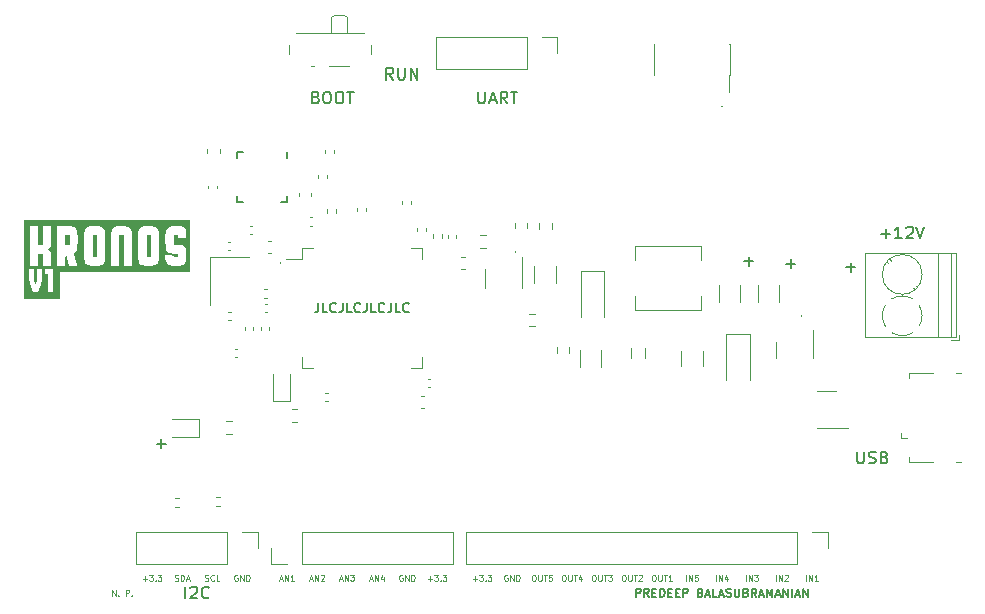
<source format=gbr>
%TF.GenerationSoftware,KiCad,Pcbnew,(6.0.6)*%
%TF.CreationDate,2023-08-27T23:28:48-04:00*%
%TF.ProjectId,STM32,53544d33-322e-46b6-9963-61645f706362,rev?*%
%TF.SameCoordinates,Original*%
%TF.FileFunction,Legend,Top*%
%TF.FilePolarity,Positive*%
%FSLAX46Y46*%
G04 Gerber Fmt 4.6, Leading zero omitted, Abs format (unit mm)*
G04 Created by KiCad (PCBNEW (6.0.6)) date 2023-08-27 23:28:48*
%MOMM*%
%LPD*%
G01*
G04 APERTURE LIST*
%ADD10C,0.150000*%
%ADD11C,0.125000*%
%ADD12C,0.120000*%
G04 APERTURE END LIST*
D10*
X119386328Y-79478451D02*
G75*
G03*
X119386328Y-79478451I-1J0D01*
G01*
X101891087Y-91762725D02*
G75*
G03*
X101891087Y-91762725I-1J0D01*
G01*
X82037880Y-92697344D02*
G75*
G03*
X82037880Y-92697344I-15211J0D01*
G01*
X126161716Y-97183421D02*
G75*
G03*
X126161716Y-97183421I-58705J0D01*
G01*
D11*
X70334285Y-119415714D02*
X70715238Y-119415714D01*
X70524761Y-119606190D02*
X70524761Y-119225238D01*
X70905714Y-119106190D02*
X71215238Y-119106190D01*
X71048571Y-119296666D01*
X71120000Y-119296666D01*
X71167619Y-119320476D01*
X71191428Y-119344285D01*
X71215238Y-119391904D01*
X71215238Y-119510952D01*
X71191428Y-119558571D01*
X71167619Y-119582380D01*
X71120000Y-119606190D01*
X70977142Y-119606190D01*
X70929523Y-119582380D01*
X70905714Y-119558571D01*
X71429523Y-119558571D02*
X71453333Y-119582380D01*
X71429523Y-119606190D01*
X71405714Y-119582380D01*
X71429523Y-119558571D01*
X71429523Y-119606190D01*
X71620000Y-119106190D02*
X71929523Y-119106190D01*
X71762857Y-119296666D01*
X71834285Y-119296666D01*
X71881904Y-119320476D01*
X71905714Y-119344285D01*
X71929523Y-119391904D01*
X71929523Y-119510952D01*
X71905714Y-119558571D01*
X71881904Y-119582380D01*
X71834285Y-119606190D01*
X71691428Y-119606190D01*
X71643809Y-119582380D01*
X71620000Y-119558571D01*
D10*
X130818095Y-108672380D02*
X130818095Y-109481904D01*
X130865714Y-109577142D01*
X130913333Y-109624761D01*
X131008571Y-109672380D01*
X131199047Y-109672380D01*
X131294285Y-109624761D01*
X131341904Y-109577142D01*
X131389523Y-109481904D01*
X131389523Y-108672380D01*
X131818095Y-109624761D02*
X131960952Y-109672380D01*
X132199047Y-109672380D01*
X132294285Y-109624761D01*
X132341904Y-109577142D01*
X132389523Y-109481904D01*
X132389523Y-109386666D01*
X132341904Y-109291428D01*
X132294285Y-109243809D01*
X132199047Y-109196190D01*
X132008571Y-109148571D01*
X131913333Y-109100952D01*
X131865714Y-109053333D01*
X131818095Y-108958095D01*
X131818095Y-108862857D01*
X131865714Y-108767619D01*
X131913333Y-108720000D01*
X132008571Y-108672380D01*
X132246666Y-108672380D01*
X132389523Y-108720000D01*
X133151428Y-109148571D02*
X133294285Y-109196190D01*
X133341904Y-109243809D01*
X133389523Y-109339047D01*
X133389523Y-109481904D01*
X133341904Y-109577142D01*
X133294285Y-109624761D01*
X133199047Y-109672380D01*
X132818095Y-109672380D01*
X132818095Y-108672380D01*
X133151428Y-108672380D01*
X133246666Y-108720000D01*
X133294285Y-108767619D01*
X133341904Y-108862857D01*
X133341904Y-108958095D01*
X133294285Y-109053333D01*
X133246666Y-109100952D01*
X133151428Y-109148571D01*
X132818095Y-109148571D01*
X124825070Y-92767082D02*
X125586975Y-92767082D01*
X125206023Y-93148034D02*
X125206023Y-92386130D01*
D11*
X67758571Y-120876190D02*
X67758571Y-120376190D01*
X68044285Y-120876190D01*
X68044285Y-120376190D01*
X68282380Y-120828571D02*
X68306190Y-120852380D01*
X68282380Y-120876190D01*
X68258571Y-120852380D01*
X68282380Y-120828571D01*
X68282380Y-120876190D01*
X68901428Y-120876190D02*
X68901428Y-120376190D01*
X69091904Y-120376190D01*
X69139523Y-120400000D01*
X69163333Y-120423809D01*
X69187142Y-120471428D01*
X69187142Y-120542857D01*
X69163333Y-120590476D01*
X69139523Y-120614285D01*
X69091904Y-120638095D01*
X68901428Y-120638095D01*
X69401428Y-120828571D02*
X69425238Y-120852380D01*
X69401428Y-120876190D01*
X69377619Y-120852380D01*
X69401428Y-120828571D01*
X69401428Y-120876190D01*
D10*
X121279830Y-92532156D02*
X122041735Y-92532156D01*
X121660783Y-92913108D02*
X121660783Y-92151204D01*
X112096666Y-120966666D02*
X112096666Y-120266666D01*
X112363333Y-120266666D01*
X112430000Y-120300000D01*
X112463333Y-120333333D01*
X112496666Y-120400000D01*
X112496666Y-120500000D01*
X112463333Y-120566666D01*
X112430000Y-120600000D01*
X112363333Y-120633333D01*
X112096666Y-120633333D01*
X113196666Y-120966666D02*
X112963333Y-120633333D01*
X112796666Y-120966666D02*
X112796666Y-120266666D01*
X113063333Y-120266666D01*
X113130000Y-120300000D01*
X113163333Y-120333333D01*
X113196666Y-120400000D01*
X113196666Y-120500000D01*
X113163333Y-120566666D01*
X113130000Y-120600000D01*
X113063333Y-120633333D01*
X112796666Y-120633333D01*
X113496666Y-120600000D02*
X113730000Y-120600000D01*
X113830000Y-120966666D02*
X113496666Y-120966666D01*
X113496666Y-120266666D01*
X113830000Y-120266666D01*
X114130000Y-120966666D02*
X114130000Y-120266666D01*
X114296666Y-120266666D01*
X114396666Y-120300000D01*
X114463333Y-120366666D01*
X114496666Y-120433333D01*
X114530000Y-120566666D01*
X114530000Y-120666666D01*
X114496666Y-120800000D01*
X114463333Y-120866666D01*
X114396666Y-120933333D01*
X114296666Y-120966666D01*
X114130000Y-120966666D01*
X114830000Y-120600000D02*
X115063333Y-120600000D01*
X115163333Y-120966666D02*
X114830000Y-120966666D01*
X114830000Y-120266666D01*
X115163333Y-120266666D01*
X115463333Y-120600000D02*
X115696666Y-120600000D01*
X115796666Y-120966666D02*
X115463333Y-120966666D01*
X115463333Y-120266666D01*
X115796666Y-120266666D01*
X116096666Y-120966666D02*
X116096666Y-120266666D01*
X116363333Y-120266666D01*
X116430000Y-120300000D01*
X116463333Y-120333333D01*
X116496666Y-120400000D01*
X116496666Y-120500000D01*
X116463333Y-120566666D01*
X116430000Y-120600000D01*
X116363333Y-120633333D01*
X116096666Y-120633333D01*
X117563333Y-120600000D02*
X117663333Y-120633333D01*
X117696666Y-120666666D01*
X117730000Y-120733333D01*
X117730000Y-120833333D01*
X117696666Y-120900000D01*
X117663333Y-120933333D01*
X117596666Y-120966666D01*
X117330000Y-120966666D01*
X117330000Y-120266666D01*
X117563333Y-120266666D01*
X117630000Y-120300000D01*
X117663333Y-120333333D01*
X117696666Y-120400000D01*
X117696666Y-120466666D01*
X117663333Y-120533333D01*
X117630000Y-120566666D01*
X117563333Y-120600000D01*
X117330000Y-120600000D01*
X117996666Y-120766666D02*
X118330000Y-120766666D01*
X117930000Y-120966666D02*
X118163333Y-120266666D01*
X118396666Y-120966666D01*
X118963333Y-120966666D02*
X118630000Y-120966666D01*
X118630000Y-120266666D01*
X119163333Y-120766666D02*
X119496666Y-120766666D01*
X119096666Y-120966666D02*
X119330000Y-120266666D01*
X119563333Y-120966666D01*
X119763333Y-120933333D02*
X119863333Y-120966666D01*
X120030000Y-120966666D01*
X120096666Y-120933333D01*
X120130000Y-120900000D01*
X120163333Y-120833333D01*
X120163333Y-120766666D01*
X120130000Y-120700000D01*
X120096666Y-120666666D01*
X120030000Y-120633333D01*
X119896666Y-120600000D01*
X119830000Y-120566666D01*
X119796666Y-120533333D01*
X119763333Y-120466666D01*
X119763333Y-120400000D01*
X119796666Y-120333333D01*
X119830000Y-120300000D01*
X119896666Y-120266666D01*
X120063333Y-120266666D01*
X120163333Y-120300000D01*
X120463333Y-120266666D02*
X120463333Y-120833333D01*
X120496666Y-120900000D01*
X120530000Y-120933333D01*
X120596666Y-120966666D01*
X120730000Y-120966666D01*
X120796666Y-120933333D01*
X120830000Y-120900000D01*
X120863333Y-120833333D01*
X120863333Y-120266666D01*
X121430000Y-120600000D02*
X121530000Y-120633333D01*
X121563333Y-120666666D01*
X121596666Y-120733333D01*
X121596666Y-120833333D01*
X121563333Y-120900000D01*
X121530000Y-120933333D01*
X121463333Y-120966666D01*
X121196666Y-120966666D01*
X121196666Y-120266666D01*
X121430000Y-120266666D01*
X121496666Y-120300000D01*
X121530000Y-120333333D01*
X121563333Y-120400000D01*
X121563333Y-120466666D01*
X121530000Y-120533333D01*
X121496666Y-120566666D01*
X121430000Y-120600000D01*
X121196666Y-120600000D01*
X122296666Y-120966666D02*
X122063333Y-120633333D01*
X121896666Y-120966666D02*
X121896666Y-120266666D01*
X122163333Y-120266666D01*
X122230000Y-120300000D01*
X122263333Y-120333333D01*
X122296666Y-120400000D01*
X122296666Y-120500000D01*
X122263333Y-120566666D01*
X122230000Y-120600000D01*
X122163333Y-120633333D01*
X121896666Y-120633333D01*
X122563333Y-120766666D02*
X122896666Y-120766666D01*
X122496666Y-120966666D02*
X122730000Y-120266666D01*
X122963333Y-120966666D01*
X123196666Y-120966666D02*
X123196666Y-120266666D01*
X123430000Y-120766666D01*
X123663333Y-120266666D01*
X123663333Y-120966666D01*
X123963333Y-120766666D02*
X124296666Y-120766666D01*
X123896666Y-120966666D02*
X124130000Y-120266666D01*
X124363333Y-120966666D01*
X124596666Y-120966666D02*
X124596666Y-120266666D01*
X124996666Y-120966666D01*
X124996666Y-120266666D01*
X125330000Y-120966666D02*
X125330000Y-120266666D01*
X125630000Y-120766666D02*
X125963333Y-120766666D01*
X125563333Y-120966666D02*
X125796666Y-120266666D01*
X126030000Y-120966666D01*
X126263333Y-120966666D02*
X126263333Y-120266666D01*
X126663333Y-120966666D01*
X126663333Y-120266666D01*
D11*
X126500000Y-119606190D02*
X126500000Y-119106190D01*
X126738095Y-119606190D02*
X126738095Y-119106190D01*
X127023809Y-119606190D01*
X127023809Y-119106190D01*
X127523809Y-119606190D02*
X127238095Y-119606190D01*
X127380952Y-119606190D02*
X127380952Y-119106190D01*
X127333333Y-119177619D01*
X127285714Y-119225238D01*
X127238095Y-119249047D01*
X118880000Y-119606190D02*
X118880000Y-119106190D01*
X119118095Y-119606190D02*
X119118095Y-119106190D01*
X119403809Y-119606190D01*
X119403809Y-119106190D01*
X119856190Y-119272857D02*
X119856190Y-119606190D01*
X119737142Y-119082380D02*
X119618095Y-119439523D01*
X119927619Y-119439523D01*
X84470952Y-119463333D02*
X84709047Y-119463333D01*
X84423333Y-119606190D02*
X84590000Y-119106190D01*
X84756666Y-119606190D01*
X84923333Y-119606190D02*
X84923333Y-119106190D01*
X85209047Y-119606190D01*
X85209047Y-119106190D01*
X85423333Y-119153809D02*
X85447142Y-119130000D01*
X85494761Y-119106190D01*
X85613809Y-119106190D01*
X85661428Y-119130000D01*
X85685238Y-119153809D01*
X85709047Y-119201428D01*
X85709047Y-119249047D01*
X85685238Y-119320476D01*
X85399523Y-119606190D01*
X85709047Y-119606190D01*
D10*
X73953809Y-121102380D02*
X73953809Y-120102380D01*
X74382380Y-120197619D02*
X74430000Y-120150000D01*
X74525238Y-120102380D01*
X74763333Y-120102380D01*
X74858571Y-120150000D01*
X74906190Y-120197619D01*
X74953809Y-120292857D01*
X74953809Y-120388095D01*
X74906190Y-120530952D01*
X74334761Y-121102380D01*
X74953809Y-121102380D01*
X75953809Y-121007142D02*
X75906190Y-121054761D01*
X75763333Y-121102380D01*
X75668095Y-121102380D01*
X75525238Y-121054761D01*
X75430000Y-120959523D01*
X75382380Y-120864285D01*
X75334761Y-120673809D01*
X75334761Y-120530952D01*
X75382380Y-120340476D01*
X75430000Y-120245238D01*
X75525238Y-120150000D01*
X75668095Y-120102380D01*
X75763333Y-120102380D01*
X75906190Y-120150000D01*
X75953809Y-120197619D01*
X91550634Y-77163477D02*
X91217301Y-76687287D01*
X90979206Y-77163477D02*
X90979206Y-76163477D01*
X91360158Y-76163477D01*
X91455396Y-76211097D01*
X91503015Y-76258716D01*
X91550634Y-76353954D01*
X91550634Y-76496811D01*
X91503015Y-76592049D01*
X91455396Y-76639668D01*
X91360158Y-76687287D01*
X90979206Y-76687287D01*
X91979206Y-76163477D02*
X91979206Y-76973001D01*
X92026825Y-77068239D01*
X92074444Y-77115858D01*
X92169682Y-77163477D01*
X92360158Y-77163477D01*
X92455396Y-77115858D01*
X92503015Y-77068239D01*
X92550634Y-76973001D01*
X92550634Y-76163477D01*
X93026825Y-77163477D02*
X93026825Y-76163477D01*
X93598253Y-77163477D01*
X93598253Y-76163477D01*
D11*
X103401904Y-119106190D02*
X103497142Y-119106190D01*
X103544761Y-119130000D01*
X103592380Y-119177619D01*
X103616190Y-119272857D01*
X103616190Y-119439523D01*
X103592380Y-119534761D01*
X103544761Y-119582380D01*
X103497142Y-119606190D01*
X103401904Y-119606190D01*
X103354285Y-119582380D01*
X103306666Y-119534761D01*
X103282857Y-119439523D01*
X103282857Y-119272857D01*
X103306666Y-119177619D01*
X103354285Y-119130000D01*
X103401904Y-119106190D01*
X103830476Y-119106190D02*
X103830476Y-119510952D01*
X103854285Y-119558571D01*
X103878095Y-119582380D01*
X103925714Y-119606190D01*
X104020952Y-119606190D01*
X104068571Y-119582380D01*
X104092380Y-119558571D01*
X104116190Y-119510952D01*
X104116190Y-119106190D01*
X104282857Y-119106190D02*
X104568571Y-119106190D01*
X104425714Y-119606190D02*
X104425714Y-119106190D01*
X104973333Y-119106190D02*
X104735238Y-119106190D01*
X104711428Y-119344285D01*
X104735238Y-119320476D01*
X104782857Y-119296666D01*
X104901904Y-119296666D01*
X104949523Y-119320476D01*
X104973333Y-119344285D01*
X104997142Y-119391904D01*
X104997142Y-119510952D01*
X104973333Y-119558571D01*
X104949523Y-119582380D01*
X104901904Y-119606190D01*
X104782857Y-119606190D01*
X104735238Y-119582380D01*
X104711428Y-119558571D01*
X92329047Y-119130000D02*
X92281428Y-119106190D01*
X92210000Y-119106190D01*
X92138571Y-119130000D01*
X92090952Y-119177619D01*
X92067142Y-119225238D01*
X92043333Y-119320476D01*
X92043333Y-119391904D01*
X92067142Y-119487142D01*
X92090952Y-119534761D01*
X92138571Y-119582380D01*
X92210000Y-119606190D01*
X92257619Y-119606190D01*
X92329047Y-119582380D01*
X92352857Y-119558571D01*
X92352857Y-119391904D01*
X92257619Y-119391904D01*
X92567142Y-119606190D02*
X92567142Y-119106190D01*
X92852857Y-119606190D01*
X92852857Y-119106190D01*
X93090952Y-119606190D02*
X93090952Y-119106190D01*
X93210000Y-119106190D01*
X93281428Y-119130000D01*
X93329047Y-119177619D01*
X93352857Y-119225238D01*
X93376666Y-119320476D01*
X93376666Y-119391904D01*
X93352857Y-119487142D01*
X93329047Y-119534761D01*
X93281428Y-119582380D01*
X93210000Y-119606190D01*
X93090952Y-119606190D01*
X73052857Y-119582380D02*
X73124285Y-119606190D01*
X73243333Y-119606190D01*
X73290952Y-119582380D01*
X73314761Y-119558571D01*
X73338571Y-119510952D01*
X73338571Y-119463333D01*
X73314761Y-119415714D01*
X73290952Y-119391904D01*
X73243333Y-119368095D01*
X73148095Y-119344285D01*
X73100476Y-119320476D01*
X73076666Y-119296666D01*
X73052857Y-119249047D01*
X73052857Y-119201428D01*
X73076666Y-119153809D01*
X73100476Y-119130000D01*
X73148095Y-119106190D01*
X73267142Y-119106190D01*
X73338571Y-119130000D01*
X73552857Y-119606190D02*
X73552857Y-119106190D01*
X73671904Y-119106190D01*
X73743333Y-119130000D01*
X73790952Y-119177619D01*
X73814761Y-119225238D01*
X73838571Y-119320476D01*
X73838571Y-119391904D01*
X73814761Y-119487142D01*
X73790952Y-119534761D01*
X73743333Y-119582380D01*
X73671904Y-119606190D01*
X73552857Y-119606190D01*
X74029047Y-119463333D02*
X74267142Y-119463333D01*
X73981428Y-119606190D02*
X74148095Y-119106190D01*
X74314761Y-119606190D01*
X94464285Y-119415714D02*
X94845238Y-119415714D01*
X94654761Y-119606190D02*
X94654761Y-119225238D01*
X95035714Y-119106190D02*
X95345238Y-119106190D01*
X95178571Y-119296666D01*
X95250000Y-119296666D01*
X95297619Y-119320476D01*
X95321428Y-119344285D01*
X95345238Y-119391904D01*
X95345238Y-119510952D01*
X95321428Y-119558571D01*
X95297619Y-119582380D01*
X95250000Y-119606190D01*
X95107142Y-119606190D01*
X95059523Y-119582380D01*
X95035714Y-119558571D01*
X95559523Y-119558571D02*
X95583333Y-119582380D01*
X95559523Y-119606190D01*
X95535714Y-119582380D01*
X95559523Y-119558571D01*
X95559523Y-119606190D01*
X95750000Y-119106190D02*
X96059523Y-119106190D01*
X95892857Y-119296666D01*
X95964285Y-119296666D01*
X96011904Y-119320476D01*
X96035714Y-119344285D01*
X96059523Y-119391904D01*
X96059523Y-119510952D01*
X96035714Y-119558571D01*
X96011904Y-119582380D01*
X95964285Y-119606190D01*
X95821428Y-119606190D01*
X95773809Y-119582380D01*
X95750000Y-119558571D01*
X123960000Y-119606190D02*
X123960000Y-119106190D01*
X124198095Y-119606190D02*
X124198095Y-119106190D01*
X124483809Y-119606190D01*
X124483809Y-119106190D01*
X124698095Y-119153809D02*
X124721904Y-119130000D01*
X124769523Y-119106190D01*
X124888571Y-119106190D01*
X124936190Y-119130000D01*
X124960000Y-119153809D01*
X124983809Y-119201428D01*
X124983809Y-119249047D01*
X124960000Y-119320476D01*
X124674285Y-119606190D01*
X124983809Y-119606190D01*
X75604761Y-119582380D02*
X75676190Y-119606190D01*
X75795238Y-119606190D01*
X75842857Y-119582380D01*
X75866666Y-119558571D01*
X75890476Y-119510952D01*
X75890476Y-119463333D01*
X75866666Y-119415714D01*
X75842857Y-119391904D01*
X75795238Y-119368095D01*
X75700000Y-119344285D01*
X75652380Y-119320476D01*
X75628571Y-119296666D01*
X75604761Y-119249047D01*
X75604761Y-119201428D01*
X75628571Y-119153809D01*
X75652380Y-119130000D01*
X75700000Y-119106190D01*
X75819047Y-119106190D01*
X75890476Y-119130000D01*
X76390476Y-119558571D02*
X76366666Y-119582380D01*
X76295238Y-119606190D01*
X76247619Y-119606190D01*
X76176190Y-119582380D01*
X76128571Y-119534761D01*
X76104761Y-119487142D01*
X76080952Y-119391904D01*
X76080952Y-119320476D01*
X76104761Y-119225238D01*
X76128571Y-119177619D01*
X76176190Y-119130000D01*
X76247619Y-119106190D01*
X76295238Y-119106190D01*
X76366666Y-119130000D01*
X76390476Y-119153809D01*
X76842857Y-119606190D02*
X76604761Y-119606190D01*
X76604761Y-119106190D01*
X116340000Y-119606190D02*
X116340000Y-119106190D01*
X116578095Y-119606190D02*
X116578095Y-119106190D01*
X116863809Y-119606190D01*
X116863809Y-119106190D01*
X117340000Y-119106190D02*
X117101904Y-119106190D01*
X117078095Y-119344285D01*
X117101904Y-119320476D01*
X117149523Y-119296666D01*
X117268571Y-119296666D01*
X117316190Y-119320476D01*
X117340000Y-119344285D01*
X117363809Y-119391904D01*
X117363809Y-119510952D01*
X117340000Y-119558571D01*
X117316190Y-119582380D01*
X117268571Y-119606190D01*
X117149523Y-119606190D01*
X117101904Y-119582380D01*
X117078095Y-119558571D01*
D10*
X98734761Y-78192380D02*
X98734761Y-79001904D01*
X98782380Y-79097142D01*
X98830000Y-79144761D01*
X98925238Y-79192380D01*
X99115714Y-79192380D01*
X99210952Y-79144761D01*
X99258571Y-79097142D01*
X99306190Y-79001904D01*
X99306190Y-78192380D01*
X99734761Y-78906666D02*
X100210952Y-78906666D01*
X99639523Y-79192380D02*
X99972857Y-78192380D01*
X100306190Y-79192380D01*
X101210952Y-79192380D02*
X100877619Y-78716190D01*
X100639523Y-79192380D02*
X100639523Y-78192380D01*
X101020476Y-78192380D01*
X101115714Y-78240000D01*
X101163333Y-78287619D01*
X101210952Y-78382857D01*
X101210952Y-78525714D01*
X101163333Y-78620952D01*
X101115714Y-78668571D01*
X101020476Y-78716190D01*
X100639523Y-78716190D01*
X101496666Y-78192380D02*
X102068095Y-78192380D01*
X101782380Y-79192380D02*
X101782380Y-78192380D01*
X71513546Y-107981540D02*
X72275451Y-107981540D01*
X71894499Y-108362492D02*
X71894499Y-107600588D01*
D11*
X111021904Y-119106190D02*
X111117142Y-119106190D01*
X111164761Y-119130000D01*
X111212380Y-119177619D01*
X111236190Y-119272857D01*
X111236190Y-119439523D01*
X111212380Y-119534761D01*
X111164761Y-119582380D01*
X111117142Y-119606190D01*
X111021904Y-119606190D01*
X110974285Y-119582380D01*
X110926666Y-119534761D01*
X110902857Y-119439523D01*
X110902857Y-119272857D01*
X110926666Y-119177619D01*
X110974285Y-119130000D01*
X111021904Y-119106190D01*
X111450476Y-119106190D02*
X111450476Y-119510952D01*
X111474285Y-119558571D01*
X111498095Y-119582380D01*
X111545714Y-119606190D01*
X111640952Y-119606190D01*
X111688571Y-119582380D01*
X111712380Y-119558571D01*
X111736190Y-119510952D01*
X111736190Y-119106190D01*
X111902857Y-119106190D02*
X112188571Y-119106190D01*
X112045714Y-119606190D02*
X112045714Y-119106190D01*
X112331428Y-119153809D02*
X112355238Y-119130000D01*
X112402857Y-119106190D01*
X112521904Y-119106190D01*
X112569523Y-119130000D01*
X112593333Y-119153809D01*
X112617142Y-119201428D01*
X112617142Y-119249047D01*
X112593333Y-119320476D01*
X112307619Y-119606190D01*
X112617142Y-119606190D01*
X121420000Y-119606190D02*
X121420000Y-119106190D01*
X121658095Y-119606190D02*
X121658095Y-119106190D01*
X121943809Y-119606190D01*
X121943809Y-119106190D01*
X122134285Y-119106190D02*
X122443809Y-119106190D01*
X122277142Y-119296666D01*
X122348571Y-119296666D01*
X122396190Y-119320476D01*
X122420000Y-119344285D01*
X122443809Y-119391904D01*
X122443809Y-119510952D01*
X122420000Y-119558571D01*
X122396190Y-119582380D01*
X122348571Y-119606190D01*
X122205714Y-119606190D01*
X122158095Y-119582380D01*
X122134285Y-119558571D01*
X98274285Y-119415714D02*
X98655238Y-119415714D01*
X98464761Y-119606190D02*
X98464761Y-119225238D01*
X98845714Y-119106190D02*
X99155238Y-119106190D01*
X98988571Y-119296666D01*
X99060000Y-119296666D01*
X99107619Y-119320476D01*
X99131428Y-119344285D01*
X99155238Y-119391904D01*
X99155238Y-119510952D01*
X99131428Y-119558571D01*
X99107619Y-119582380D01*
X99060000Y-119606190D01*
X98917142Y-119606190D01*
X98869523Y-119582380D01*
X98845714Y-119558571D01*
X99369523Y-119558571D02*
X99393333Y-119582380D01*
X99369523Y-119606190D01*
X99345714Y-119582380D01*
X99369523Y-119558571D01*
X99369523Y-119606190D01*
X99560000Y-119106190D02*
X99869523Y-119106190D01*
X99702857Y-119296666D01*
X99774285Y-119296666D01*
X99821904Y-119320476D01*
X99845714Y-119344285D01*
X99869523Y-119391904D01*
X99869523Y-119510952D01*
X99845714Y-119558571D01*
X99821904Y-119582380D01*
X99774285Y-119606190D01*
X99631428Y-119606190D01*
X99583809Y-119582380D01*
X99560000Y-119558571D01*
D10*
X85002857Y-78668571D02*
X85145714Y-78716190D01*
X85193333Y-78763809D01*
X85240952Y-78859047D01*
X85240952Y-79001904D01*
X85193333Y-79097142D01*
X85145714Y-79144761D01*
X85050476Y-79192380D01*
X84669523Y-79192380D01*
X84669523Y-78192380D01*
X85002857Y-78192380D01*
X85098095Y-78240000D01*
X85145714Y-78287619D01*
X85193333Y-78382857D01*
X85193333Y-78478095D01*
X85145714Y-78573333D01*
X85098095Y-78620952D01*
X85002857Y-78668571D01*
X84669523Y-78668571D01*
X85860000Y-78192380D02*
X86050476Y-78192380D01*
X86145714Y-78240000D01*
X86240952Y-78335238D01*
X86288571Y-78525714D01*
X86288571Y-78859047D01*
X86240952Y-79049523D01*
X86145714Y-79144761D01*
X86050476Y-79192380D01*
X85860000Y-79192380D01*
X85764761Y-79144761D01*
X85669523Y-79049523D01*
X85621904Y-78859047D01*
X85621904Y-78525714D01*
X85669523Y-78335238D01*
X85764761Y-78240000D01*
X85860000Y-78192380D01*
X86907619Y-78192380D02*
X87098095Y-78192380D01*
X87193333Y-78240000D01*
X87288571Y-78335238D01*
X87336190Y-78525714D01*
X87336190Y-78859047D01*
X87288571Y-79049523D01*
X87193333Y-79144761D01*
X87098095Y-79192380D01*
X86907619Y-79192380D01*
X86812380Y-79144761D01*
X86717142Y-79049523D01*
X86669523Y-78859047D01*
X86669523Y-78525714D01*
X86717142Y-78335238D01*
X86812380Y-78240000D01*
X86907619Y-78192380D01*
X87621904Y-78192380D02*
X88193333Y-78192380D01*
X87907619Y-79192380D02*
X87907619Y-78192380D01*
D11*
X86994261Y-119439030D02*
X87232356Y-119439030D01*
X86946642Y-119581887D02*
X87113309Y-119081887D01*
X87279975Y-119581887D01*
X87446642Y-119581887D02*
X87446642Y-119081887D01*
X87732356Y-119581887D01*
X87732356Y-119081887D01*
X87922832Y-119081887D02*
X88232356Y-119081887D01*
X88065689Y-119272363D01*
X88137118Y-119272363D01*
X88184737Y-119296173D01*
X88208547Y-119319982D01*
X88232356Y-119367601D01*
X88232356Y-119486649D01*
X88208547Y-119534268D01*
X88184737Y-119558077D01*
X88137118Y-119581887D01*
X87994261Y-119581887D01*
X87946642Y-119558077D01*
X87922832Y-119534268D01*
X108481904Y-119106190D02*
X108577142Y-119106190D01*
X108624761Y-119130000D01*
X108672380Y-119177619D01*
X108696190Y-119272857D01*
X108696190Y-119439523D01*
X108672380Y-119534761D01*
X108624761Y-119582380D01*
X108577142Y-119606190D01*
X108481904Y-119606190D01*
X108434285Y-119582380D01*
X108386666Y-119534761D01*
X108362857Y-119439523D01*
X108362857Y-119272857D01*
X108386666Y-119177619D01*
X108434285Y-119130000D01*
X108481904Y-119106190D01*
X108910476Y-119106190D02*
X108910476Y-119510952D01*
X108934285Y-119558571D01*
X108958095Y-119582380D01*
X109005714Y-119606190D01*
X109100952Y-119606190D01*
X109148571Y-119582380D01*
X109172380Y-119558571D01*
X109196190Y-119510952D01*
X109196190Y-119106190D01*
X109362857Y-119106190D02*
X109648571Y-119106190D01*
X109505714Y-119606190D02*
X109505714Y-119106190D01*
X109767619Y-119106190D02*
X110077142Y-119106190D01*
X109910476Y-119296666D01*
X109981904Y-119296666D01*
X110029523Y-119320476D01*
X110053333Y-119344285D01*
X110077142Y-119391904D01*
X110077142Y-119510952D01*
X110053333Y-119558571D01*
X110029523Y-119582380D01*
X109981904Y-119606190D01*
X109839047Y-119606190D01*
X109791428Y-119582380D01*
X109767619Y-119558571D01*
X89550952Y-119463333D02*
X89789047Y-119463333D01*
X89503333Y-119606190D02*
X89670000Y-119106190D01*
X89836666Y-119606190D01*
X90003333Y-119606190D02*
X90003333Y-119106190D01*
X90289047Y-119606190D01*
X90289047Y-119106190D01*
X90741428Y-119272857D02*
X90741428Y-119606190D01*
X90622380Y-119082380D02*
X90503333Y-119439523D01*
X90812857Y-119439523D01*
D10*
X129929361Y-93066078D02*
X130691266Y-93066078D01*
X130310314Y-93447030D02*
X130310314Y-92685126D01*
X85204761Y-96081904D02*
X85204761Y-96653333D01*
X85166666Y-96767619D01*
X85090476Y-96843809D01*
X84976190Y-96881904D01*
X84900000Y-96881904D01*
X85966666Y-96881904D02*
X85585714Y-96881904D01*
X85585714Y-96081904D01*
X86690476Y-96805714D02*
X86652380Y-96843809D01*
X86538095Y-96881904D01*
X86461904Y-96881904D01*
X86347619Y-96843809D01*
X86271428Y-96767619D01*
X86233333Y-96691428D01*
X86195238Y-96539047D01*
X86195238Y-96424761D01*
X86233333Y-96272380D01*
X86271428Y-96196190D01*
X86347619Y-96120000D01*
X86461904Y-96081904D01*
X86538095Y-96081904D01*
X86652380Y-96120000D01*
X86690476Y-96158095D01*
X87261904Y-96081904D02*
X87261904Y-96653333D01*
X87223809Y-96767619D01*
X87147619Y-96843809D01*
X87033333Y-96881904D01*
X86957142Y-96881904D01*
X88023809Y-96881904D02*
X87642857Y-96881904D01*
X87642857Y-96081904D01*
X88747619Y-96805714D02*
X88709523Y-96843809D01*
X88595238Y-96881904D01*
X88519047Y-96881904D01*
X88404761Y-96843809D01*
X88328571Y-96767619D01*
X88290476Y-96691428D01*
X88252380Y-96539047D01*
X88252380Y-96424761D01*
X88290476Y-96272380D01*
X88328571Y-96196190D01*
X88404761Y-96120000D01*
X88519047Y-96081904D01*
X88595238Y-96081904D01*
X88709523Y-96120000D01*
X88747619Y-96158095D01*
X89319047Y-96081904D02*
X89319047Y-96653333D01*
X89280952Y-96767619D01*
X89204761Y-96843809D01*
X89090476Y-96881904D01*
X89014285Y-96881904D01*
X90080952Y-96881904D02*
X89700000Y-96881904D01*
X89700000Y-96081904D01*
X90804761Y-96805714D02*
X90766666Y-96843809D01*
X90652380Y-96881904D01*
X90576190Y-96881904D01*
X90461904Y-96843809D01*
X90385714Y-96767619D01*
X90347619Y-96691428D01*
X90309523Y-96539047D01*
X90309523Y-96424761D01*
X90347619Y-96272380D01*
X90385714Y-96196190D01*
X90461904Y-96120000D01*
X90576190Y-96081904D01*
X90652380Y-96081904D01*
X90766666Y-96120000D01*
X90804761Y-96158095D01*
X91376190Y-96081904D02*
X91376190Y-96653333D01*
X91338095Y-96767619D01*
X91261904Y-96843809D01*
X91147619Y-96881904D01*
X91071428Y-96881904D01*
X92138095Y-96881904D02*
X91757142Y-96881904D01*
X91757142Y-96081904D01*
X92861904Y-96805714D02*
X92823809Y-96843809D01*
X92709523Y-96881904D01*
X92633333Y-96881904D01*
X92519047Y-96843809D01*
X92442857Y-96767619D01*
X92404761Y-96691428D01*
X92366666Y-96539047D01*
X92366666Y-96424761D01*
X92404761Y-96272380D01*
X92442857Y-96196190D01*
X92519047Y-96120000D01*
X92633333Y-96081904D01*
X92709523Y-96081904D01*
X92823809Y-96120000D01*
X92861904Y-96158095D01*
D11*
X81930952Y-119463333D02*
X82169047Y-119463333D01*
X81883333Y-119606190D02*
X82050000Y-119106190D01*
X82216666Y-119606190D01*
X82383333Y-119606190D02*
X82383333Y-119106190D01*
X82669047Y-119606190D01*
X82669047Y-119106190D01*
X83169047Y-119606190D02*
X82883333Y-119606190D01*
X83026190Y-119606190D02*
X83026190Y-119106190D01*
X82978571Y-119177619D01*
X82930952Y-119225238D01*
X82883333Y-119249047D01*
X113561904Y-119106190D02*
X113657142Y-119106190D01*
X113704761Y-119130000D01*
X113752380Y-119177619D01*
X113776190Y-119272857D01*
X113776190Y-119439523D01*
X113752380Y-119534761D01*
X113704761Y-119582380D01*
X113657142Y-119606190D01*
X113561904Y-119606190D01*
X113514285Y-119582380D01*
X113466666Y-119534761D01*
X113442857Y-119439523D01*
X113442857Y-119272857D01*
X113466666Y-119177619D01*
X113514285Y-119130000D01*
X113561904Y-119106190D01*
X113990476Y-119106190D02*
X113990476Y-119510952D01*
X114014285Y-119558571D01*
X114038095Y-119582380D01*
X114085714Y-119606190D01*
X114180952Y-119606190D01*
X114228571Y-119582380D01*
X114252380Y-119558571D01*
X114276190Y-119510952D01*
X114276190Y-119106190D01*
X114442857Y-119106190D02*
X114728571Y-119106190D01*
X114585714Y-119606190D02*
X114585714Y-119106190D01*
X115157142Y-119606190D02*
X114871428Y-119606190D01*
X115014285Y-119606190D02*
X115014285Y-119106190D01*
X114966666Y-119177619D01*
X114919047Y-119225238D01*
X114871428Y-119249047D01*
X105941904Y-119106190D02*
X106037142Y-119106190D01*
X106084761Y-119130000D01*
X106132380Y-119177619D01*
X106156190Y-119272857D01*
X106156190Y-119439523D01*
X106132380Y-119534761D01*
X106084761Y-119582380D01*
X106037142Y-119606190D01*
X105941904Y-119606190D01*
X105894285Y-119582380D01*
X105846666Y-119534761D01*
X105822857Y-119439523D01*
X105822857Y-119272857D01*
X105846666Y-119177619D01*
X105894285Y-119130000D01*
X105941904Y-119106190D01*
X106370476Y-119106190D02*
X106370476Y-119510952D01*
X106394285Y-119558571D01*
X106418095Y-119582380D01*
X106465714Y-119606190D01*
X106560952Y-119606190D01*
X106608571Y-119582380D01*
X106632380Y-119558571D01*
X106656190Y-119510952D01*
X106656190Y-119106190D01*
X106822857Y-119106190D02*
X107108571Y-119106190D01*
X106965714Y-119606190D02*
X106965714Y-119106190D01*
X107489523Y-119272857D02*
X107489523Y-119606190D01*
X107370476Y-119082380D02*
X107251428Y-119439523D01*
X107560952Y-119439523D01*
X101219047Y-119130000D02*
X101171428Y-119106190D01*
X101100000Y-119106190D01*
X101028571Y-119130000D01*
X100980952Y-119177619D01*
X100957142Y-119225238D01*
X100933333Y-119320476D01*
X100933333Y-119391904D01*
X100957142Y-119487142D01*
X100980952Y-119534761D01*
X101028571Y-119582380D01*
X101100000Y-119606190D01*
X101147619Y-119606190D01*
X101219047Y-119582380D01*
X101242857Y-119558571D01*
X101242857Y-119391904D01*
X101147619Y-119391904D01*
X101457142Y-119606190D02*
X101457142Y-119106190D01*
X101742857Y-119606190D01*
X101742857Y-119106190D01*
X101980952Y-119606190D02*
X101980952Y-119106190D01*
X102100000Y-119106190D01*
X102171428Y-119130000D01*
X102219047Y-119177619D01*
X102242857Y-119225238D01*
X102266666Y-119320476D01*
X102266666Y-119391904D01*
X102242857Y-119487142D01*
X102219047Y-119534761D01*
X102171428Y-119582380D01*
X102100000Y-119606190D01*
X101980952Y-119606190D01*
D10*
X132858095Y-90241428D02*
X133620000Y-90241428D01*
X133239047Y-90622380D02*
X133239047Y-89860476D01*
X134620000Y-90622380D02*
X134048571Y-90622380D01*
X134334285Y-90622380D02*
X134334285Y-89622380D01*
X134239047Y-89765238D01*
X134143809Y-89860476D01*
X134048571Y-89908095D01*
X135000952Y-89717619D02*
X135048571Y-89670000D01*
X135143809Y-89622380D01*
X135381904Y-89622380D01*
X135477142Y-89670000D01*
X135524761Y-89717619D01*
X135572380Y-89812857D01*
X135572380Y-89908095D01*
X135524761Y-90050952D01*
X134953333Y-90622380D01*
X135572380Y-90622380D01*
X135858095Y-89622380D02*
X136191428Y-90622380D01*
X136524761Y-89622380D01*
D11*
X78359047Y-119130000D02*
X78311428Y-119106190D01*
X78240000Y-119106190D01*
X78168571Y-119130000D01*
X78120952Y-119177619D01*
X78097142Y-119225238D01*
X78073333Y-119320476D01*
X78073333Y-119391904D01*
X78097142Y-119487142D01*
X78120952Y-119534761D01*
X78168571Y-119582380D01*
X78240000Y-119606190D01*
X78287619Y-119606190D01*
X78359047Y-119582380D01*
X78382857Y-119558571D01*
X78382857Y-119391904D01*
X78287619Y-119391904D01*
X78597142Y-119606190D02*
X78597142Y-119106190D01*
X78882857Y-119606190D01*
X78882857Y-119106190D01*
X79120952Y-119606190D02*
X79120952Y-119106190D01*
X79240000Y-119106190D01*
X79311428Y-119130000D01*
X79359047Y-119177619D01*
X79382857Y-119225238D01*
X79406666Y-119320476D01*
X79406666Y-119391904D01*
X79382857Y-119487142D01*
X79359047Y-119534761D01*
X79311428Y-119582380D01*
X79240000Y-119606190D01*
X79120952Y-119606190D01*
%TO.C,G\u002A\u002A\u002A*%
G36*
X74350000Y-89060000D02*
G01*
X74350000Y-93460000D01*
X63310000Y-93460000D01*
X63310000Y-95740000D01*
X60310000Y-95740000D01*
X60310000Y-93756568D01*
X60750000Y-93756568D01*
X60750764Y-93985328D01*
X60755088Y-94154624D01*
X60766022Y-94284995D01*
X60786613Y-94396974D01*
X60819911Y-94511098D01*
X60868964Y-94647903D01*
X60891033Y-94706568D01*
X60952922Y-94870735D01*
X61005059Y-95009577D01*
X61040342Y-95104155D01*
X61050586Y-95132105D01*
X61097570Y-95164988D01*
X61211406Y-95174555D01*
X61277869Y-95172105D01*
X61486632Y-95160000D01*
X61638203Y-94760000D01*
X61696924Y-94602715D01*
X61738105Y-94479016D01*
X61764861Y-94368572D01*
X61780307Y-94251051D01*
X61787557Y-94106123D01*
X61789727Y-93913457D01*
X61789886Y-93770000D01*
X61789957Y-93400000D01*
X62110000Y-93400000D01*
X62112015Y-93525770D01*
X62125220Y-93591233D01*
X62160356Y-93616079D01*
X62228164Y-93619999D01*
X62230000Y-93620000D01*
X62350000Y-93620000D01*
X62350000Y-95180000D01*
X62750000Y-95180000D01*
X62750000Y-93180000D01*
X62110000Y-93180000D01*
X62110000Y-93400000D01*
X61789957Y-93400000D01*
X61790000Y-93180000D01*
X61390000Y-93180000D01*
X61390000Y-93714031D01*
X61384183Y-93999990D01*
X61367280Y-94226714D01*
X61340114Y-94388709D01*
X61303506Y-94480481D01*
X61272418Y-94500000D01*
X61233295Y-94461735D01*
X61199984Y-94353651D01*
X61173999Y-94185815D01*
X61156850Y-93968290D01*
X61150052Y-93711143D01*
X61150000Y-93685359D01*
X61150000Y-93180000D01*
X60750000Y-93180000D01*
X60750000Y-93756568D01*
X60310000Y-93756568D01*
X60310000Y-92940000D01*
X60790000Y-92940000D01*
X61510000Y-92940000D01*
X61510000Y-91900000D01*
X61870000Y-91900000D01*
X61870000Y-92940000D01*
X62550000Y-92940000D01*
X63070000Y-92940000D01*
X63787537Y-92940000D01*
X63798768Y-92450000D01*
X63810000Y-91960000D01*
X64078078Y-92940000D01*
X64434039Y-92940000D01*
X64591602Y-92937357D01*
X64713440Y-92930283D01*
X64781607Y-92920060D01*
X64790000Y-92914577D01*
X64779842Y-92868656D01*
X64752022Y-92760740D01*
X64710518Y-92605851D01*
X64659310Y-92419012D01*
X64646561Y-92373038D01*
X64503123Y-91856922D01*
X64611408Y-91771745D01*
X64684125Y-91705944D01*
X64738962Y-91630415D01*
X64778348Y-91533359D01*
X64804714Y-91402981D01*
X64815713Y-91280624D01*
X65390062Y-91280624D01*
X65390567Y-91657966D01*
X65393142Y-91963869D01*
X65399310Y-92206888D01*
X65410593Y-92395582D01*
X65428516Y-92538509D01*
X65454602Y-92644225D01*
X65490374Y-92721290D01*
X65537356Y-92778260D01*
X65597072Y-92823693D01*
X65671045Y-92866146D01*
X65672466Y-92866909D01*
X65795379Y-92906860D01*
X65973828Y-92932978D01*
X66184557Y-92945261D01*
X66404307Y-92943710D01*
X66453862Y-92940000D01*
X67670000Y-92940000D01*
X68348906Y-92940000D01*
X68370000Y-90320000D01*
X68730000Y-90320000D01*
X68740546Y-91630000D01*
X68751093Y-92940000D01*
X69430000Y-92940000D01*
X69430000Y-91469375D01*
X69429870Y-91280624D01*
X69950062Y-91280624D01*
X69950567Y-91657966D01*
X69953142Y-91963869D01*
X69959310Y-92206888D01*
X69970593Y-92395582D01*
X69988516Y-92538509D01*
X70014602Y-92644225D01*
X70050374Y-92721290D01*
X70097356Y-92778260D01*
X70157072Y-92823693D01*
X70231045Y-92866146D01*
X70232466Y-92866909D01*
X70355379Y-92906860D01*
X70533828Y-92932978D01*
X70744557Y-92945261D01*
X70964307Y-92943710D01*
X71169820Y-92928324D01*
X71337839Y-92899105D01*
X71427533Y-92866909D01*
X71501274Y-92824798D01*
X71560928Y-92779994D01*
X71607987Y-92724013D01*
X71643942Y-92648371D01*
X71670284Y-92544586D01*
X71688505Y-92404173D01*
X71695599Y-92290624D01*
X72270000Y-92290624D01*
X72298786Y-92533572D01*
X72385023Y-92721245D01*
X72528528Y-92853269D01*
X72552466Y-92866909D01*
X72675379Y-92906860D01*
X72853828Y-92932978D01*
X73064557Y-92945261D01*
X73284307Y-92943710D01*
X73489820Y-92928324D01*
X73657839Y-92899105D01*
X73747533Y-92866909D01*
X73858411Y-92792357D01*
X73937278Y-92697445D01*
X73988887Y-92568596D01*
X74017990Y-92392234D01*
X74029340Y-92154781D01*
X74030000Y-92059999D01*
X74019311Y-91768509D01*
X73982620Y-91546343D01*
X73912988Y-91385128D01*
X73803475Y-91276494D01*
X73647144Y-91212070D01*
X73437056Y-91183483D01*
X73300624Y-91180000D01*
X72990000Y-91180000D01*
X72990000Y-90300000D01*
X73350000Y-90300000D01*
X73350000Y-90620000D01*
X74030000Y-90620000D01*
X74030000Y-90309375D01*
X74017207Y-90068222D01*
X73973239Y-89884341D01*
X73889712Y-89750811D01*
X73758241Y-89660709D01*
X73570442Y-89607114D01*
X73317932Y-89583103D01*
X73146539Y-89580000D01*
X72941127Y-89581518D01*
X72797566Y-89587900D01*
X72697739Y-89601884D01*
X72623524Y-89626211D01*
X72556802Y-89663617D01*
X72545915Y-89670797D01*
X72454357Y-89739380D01*
X72385389Y-89814365D01*
X72335911Y-89907801D01*
X72302825Y-90031741D01*
X72283031Y-90198237D01*
X72273429Y-90419340D01*
X72270920Y-90707101D01*
X72270940Y-90740000D01*
X72272401Y-91004419D01*
X72276877Y-91202656D01*
X72285564Y-91348505D01*
X72299661Y-91455764D01*
X72320362Y-91538229D01*
X72345804Y-91603034D01*
X72427211Y-91733549D01*
X72540951Y-91822427D01*
X72700093Y-91875375D01*
X72917704Y-91898096D01*
X73026045Y-91900000D01*
X73350000Y-91900000D01*
X73350000Y-92220000D01*
X73170000Y-92220000D01*
X73057514Y-92214765D01*
X73004323Y-92193030D01*
X72990068Y-92145747D01*
X72990000Y-92140000D01*
X72983984Y-92101991D01*
X72955787Y-92078372D01*
X72890182Y-92065762D01*
X72771943Y-92060774D01*
X72630000Y-92060000D01*
X72270000Y-92060000D01*
X72270000Y-92290624D01*
X71695599Y-92290624D01*
X71700095Y-92218649D01*
X71706546Y-91979531D01*
X71709349Y-91678335D01*
X71709996Y-91306578D01*
X71710000Y-91259999D01*
X71709655Y-90905024D01*
X71708304Y-90620928D01*
X71705470Y-90398596D01*
X71700676Y-90228908D01*
X71693444Y-90102747D01*
X71683298Y-90010997D01*
X71669762Y-89944537D01*
X71652358Y-89894252D01*
X71636909Y-89862466D01*
X71562727Y-89751949D01*
X71468437Y-89673244D01*
X71340490Y-89621629D01*
X71165333Y-89592378D01*
X70929417Y-89580769D01*
X70826539Y-89580000D01*
X70621127Y-89581518D01*
X70477566Y-89587900D01*
X70377739Y-89601884D01*
X70303524Y-89626211D01*
X70236802Y-89663617D01*
X70225915Y-89670797D01*
X70153229Y-89721863D01*
X70094576Y-89773754D01*
X70048452Y-89835247D01*
X70013352Y-89915116D01*
X69987773Y-90022138D01*
X69970212Y-90165090D01*
X69959164Y-90352746D01*
X69953126Y-90593884D01*
X69950593Y-90897280D01*
X69950062Y-91271709D01*
X69950062Y-91280624D01*
X69429870Y-91280624D01*
X69429735Y-91084178D01*
X69428691Y-90770658D01*
X69426487Y-90520495D01*
X69422746Y-90325367D01*
X69417089Y-90176955D01*
X69409138Y-90066936D01*
X69398513Y-89986990D01*
X69384837Y-89928796D01*
X69367732Y-89884032D01*
X69356909Y-89862466D01*
X69282727Y-89751949D01*
X69188437Y-89673244D01*
X69060490Y-89621629D01*
X68885333Y-89592378D01*
X68649417Y-89580769D01*
X68546539Y-89580000D01*
X68341127Y-89581518D01*
X68197566Y-89587900D01*
X68097739Y-89601884D01*
X68023524Y-89626211D01*
X67956802Y-89663617D01*
X67945915Y-89670797D01*
X67877702Y-89718012D01*
X67821779Y-89765135D01*
X67776925Y-89820216D01*
X67741919Y-89891308D01*
X67715540Y-89986463D01*
X67696567Y-90113733D01*
X67683779Y-90281170D01*
X67675956Y-90496826D01*
X67671876Y-90768753D01*
X67670318Y-91105003D01*
X67670062Y-91490000D01*
X67670000Y-92940000D01*
X66453862Y-92940000D01*
X66609820Y-92928324D01*
X66777839Y-92899105D01*
X66867533Y-92866909D01*
X66941274Y-92824798D01*
X67000928Y-92779994D01*
X67047987Y-92724013D01*
X67083942Y-92648371D01*
X67110284Y-92544586D01*
X67128505Y-92404173D01*
X67140095Y-92218649D01*
X67146546Y-91979531D01*
X67149349Y-91678335D01*
X67149996Y-91306578D01*
X67150000Y-91259999D01*
X67149655Y-90905024D01*
X67148304Y-90620928D01*
X67145470Y-90398596D01*
X67140676Y-90228908D01*
X67133444Y-90102747D01*
X67123298Y-90010997D01*
X67109762Y-89944537D01*
X67092358Y-89894252D01*
X67076909Y-89862466D01*
X67002727Y-89751949D01*
X66908437Y-89673244D01*
X66780490Y-89621629D01*
X66605333Y-89592378D01*
X66369417Y-89580769D01*
X66266539Y-89580000D01*
X66061127Y-89581518D01*
X65917566Y-89587900D01*
X65817739Y-89601884D01*
X65743524Y-89626211D01*
X65676802Y-89663617D01*
X65665915Y-89670797D01*
X65593229Y-89721863D01*
X65534576Y-89773754D01*
X65488452Y-89835247D01*
X65453352Y-89915116D01*
X65427773Y-90022138D01*
X65410212Y-90165090D01*
X65399164Y-90352746D01*
X65393126Y-90593884D01*
X65390593Y-90897280D01*
X65390062Y-91271709D01*
X65390062Y-91280624D01*
X64815713Y-91280624D01*
X64820490Y-91227483D01*
X64828107Y-90995067D01*
X64830000Y-90710660D01*
X64827276Y-90380743D01*
X64813542Y-90122117D01*
X64780446Y-89926117D01*
X64719642Y-89784077D01*
X64622780Y-89687333D01*
X64481512Y-89627219D01*
X64287488Y-89595070D01*
X64032361Y-89582223D01*
X63740624Y-89580000D01*
X63070000Y-89580000D01*
X63070000Y-92940000D01*
X62550000Y-92940000D01*
X62550000Y-91773846D01*
X62433076Y-91656923D01*
X62316153Y-91540000D01*
X62433076Y-91423076D01*
X62550000Y-91306153D01*
X62550000Y-89580000D01*
X61870000Y-89580000D01*
X61870000Y-91180000D01*
X61510000Y-91180000D01*
X61510000Y-89580000D01*
X60790000Y-89580000D01*
X60790000Y-92940000D01*
X60310000Y-92940000D01*
X60310000Y-89060000D01*
X74350000Y-89060000D01*
G37*
G36*
X64150000Y-91180000D02*
G01*
X63790000Y-91180000D01*
X63790000Y-90300000D01*
X64150000Y-90300000D01*
X64150000Y-91180000D01*
G37*
G36*
X66470000Y-92220000D02*
G01*
X66110000Y-92220000D01*
X66110000Y-90300000D01*
X66470000Y-90300000D01*
X66470000Y-92220000D01*
G37*
G36*
X71030000Y-92220000D02*
G01*
X70670000Y-92220000D01*
X70670000Y-90300000D01*
X71030000Y-90300000D01*
X71030000Y-92220000D01*
G37*
D12*
%TO.C,R3*%
X104975196Y-89814766D02*
X104975196Y-89340250D01*
X103930196Y-89814766D02*
X103930196Y-89340250D01*
%TO.C,J4*%
X113665000Y-74130000D02*
X113605000Y-74130000D01*
X120075000Y-74130000D02*
X120015000Y-74130000D01*
X113605000Y-74130000D02*
X113605000Y-76790000D01*
X120075000Y-76790000D02*
X120015000Y-76790000D01*
X120075000Y-74130000D02*
X120075000Y-76790000D01*
X120015000Y-76790000D02*
X120015000Y-78250000D01*
X113665000Y-76790000D02*
X113605000Y-76790000D01*
%TO.C,L1*%
X112025503Y-91280000D02*
X112025503Y-92430000D01*
X117625503Y-96680000D02*
X117625503Y-95530000D01*
X112025503Y-96680000D02*
X112025503Y-95530000D01*
X112025503Y-91280000D02*
X117625503Y-91280000D01*
X112025503Y-96680000D02*
X117625503Y-96680000D01*
X117625503Y-91280000D02*
X117625503Y-92430000D01*
%TO.C,J6*%
X102860000Y-73600000D02*
X95180000Y-73600000D01*
X102860000Y-73600000D02*
X102860000Y-76260000D01*
X105460000Y-73600000D02*
X105460000Y-74930000D01*
X104130000Y-73600000D02*
X105460000Y-73600000D01*
X95180000Y-73600000D02*
X95180000Y-76260000D01*
X102860000Y-76260000D02*
X95180000Y-76260000D01*
%TO.C,Crystal1*%
X79317265Y-92222981D02*
X76017265Y-92222981D01*
X76017265Y-92222981D02*
X76017265Y-96222981D01*
%TO.C,R12*%
X85751664Y-83419580D02*
X85751664Y-83112298D01*
X86511664Y-83419580D02*
X86511664Y-83112298D01*
%TO.C,R16*%
X80590970Y-94929226D02*
X80898252Y-94929226D01*
X80590970Y-95689226D02*
X80898252Y-95689226D01*
%TO.C,C17*%
X96160000Y-90577503D02*
X96160000Y-90361831D01*
X96880000Y-90577503D02*
X96880000Y-90361831D01*
%TO.C,SW1*%
X87611308Y-73200000D02*
X87611308Y-71910000D01*
X87811308Y-76050000D02*
X86111308Y-76050000D01*
X86311308Y-71910000D02*
X86511308Y-71700000D01*
X87611308Y-71910000D02*
X87411308Y-71700000D01*
X87411308Y-71700000D02*
X86511308Y-71700000D01*
X86311308Y-71910000D02*
X86311308Y-73200000D01*
X89061308Y-73200000D02*
X83361308Y-73200000D01*
X84811308Y-76050000D02*
X84611308Y-76050000D01*
X82761308Y-74210000D02*
X82761308Y-75000000D01*
X89661308Y-75000000D02*
X89661308Y-74210000D01*
%TO.C,C9*%
X81199845Y-90872353D02*
X80918685Y-90872353D01*
X81199845Y-91892353D02*
X80918685Y-91892353D01*
%TO.C,J1*%
X131488944Y-98976594D02*
X139208944Y-98976594D01*
X135829944Y-94641594D02*
X135922944Y-94735594D01*
X133373944Y-92596594D02*
X133467944Y-92690594D01*
X131488944Y-98976594D02*
X131488944Y-91856594D01*
X139208944Y-98976594D02*
X139208944Y-91856594D01*
X131488944Y-91856594D02*
X139208944Y-91856594D01*
X133579944Y-92391594D02*
X133707944Y-92520594D01*
X138808944Y-99216594D02*
X139448944Y-99216594D01*
X137648944Y-98976594D02*
X137648944Y-91856594D01*
X138748944Y-98976594D02*
X138748944Y-91856594D01*
X139448944Y-99216594D02*
X139448944Y-98816594D01*
X135589944Y-94811594D02*
X135717944Y-94940594D01*
X136088944Y-98032594D02*
G75*
G03*
X136329043Y-97137920I-1440014J866003D01*
G01*
X136328944Y-97166594D02*
G75*
G03*
X136073665Y-96276330I-1679990J3D01*
G01*
X135539944Y-95741594D02*
G75*
G03*
X133758751Y-95741090I-891000J-1425003D01*
G01*
X133782944Y-98606595D02*
G75*
G03*
X135538838Y-98591952I866000J1439999D01*
G01*
X133208943Y-96300594D02*
G75*
G03*
X133223586Y-98056488I1439999J-866000D01*
G01*
X136328944Y-93666594D02*
G75*
G03*
X136328944Y-93666594I-1680000J0D01*
G01*
%TO.C,R11*%
X82947539Y-105073722D02*
X83422055Y-105073722D01*
X82947539Y-106118722D02*
X83422055Y-106118722D01*
%TO.C,U4*%
X83790000Y-101630000D02*
X83790000Y-100680000D01*
X83790000Y-92360000D02*
X82450000Y-92360000D01*
X93060000Y-91410000D02*
X94010000Y-91410000D01*
X84740000Y-101630000D02*
X83790000Y-101630000D01*
X94010000Y-101630000D02*
X94010000Y-100680000D01*
X93060000Y-101630000D02*
X94010000Y-101630000D01*
X84740000Y-91410000D02*
X83790000Y-91410000D01*
X94010000Y-91410000D02*
X94010000Y-92360000D01*
X83790000Y-91410000D02*
X83790000Y-92360000D01*
%TO.C,R17*%
X77432742Y-107162500D02*
X77907258Y-107162500D01*
X77432742Y-106117500D02*
X77907258Y-106117500D01*
%TO.C,D3*%
X82852703Y-104343284D02*
X82852703Y-102058284D01*
X81382703Y-104343284D02*
X82852703Y-104343284D01*
X81382703Y-102058284D02*
X81382703Y-104343284D01*
%TO.C,C15*%
X94474857Y-103229102D02*
X94690529Y-103229102D01*
X94474857Y-102509102D02*
X94690529Y-102509102D01*
%TO.C,D1*%
X121727845Y-98743495D02*
X121727845Y-102643495D01*
X119727845Y-98743495D02*
X119727845Y-102643495D01*
X121727845Y-98743495D02*
X119727845Y-98743495D01*
%TO.C,C11*%
X84479509Y-88824616D02*
X84695181Y-88824616D01*
X84479509Y-89544616D02*
X84695181Y-89544616D01*
%TO.C,R8*%
X93541369Y-90030488D02*
X93541369Y-89723206D01*
X94301369Y-90030488D02*
X94301369Y-89723206D01*
%TO.C,R4*%
X106461158Y-99819789D02*
X106461158Y-100294305D01*
X105416158Y-99819789D02*
X105416158Y-100294305D01*
%TO.C,R10*%
X85955785Y-88134021D02*
X85955785Y-88441303D01*
X86715785Y-88134021D02*
X86715785Y-88441303D01*
%TO.C,R15*%
X76550147Y-113307611D02*
X76857429Y-113307611D01*
X76550147Y-112547611D02*
X76857429Y-112547611D01*
%TO.C,U1*%
X102467123Y-94018493D02*
X102467123Y-92218493D01*
X99347123Y-94018493D02*
X99347123Y-94818493D01*
X102467123Y-94018493D02*
X102467123Y-94818493D01*
X99347123Y-94018493D02*
X99347123Y-93218493D01*
%TO.C,F2*%
X115930000Y-100176748D02*
X115930000Y-101380876D01*
X117750000Y-100176748D02*
X117750000Y-101380876D01*
%TO.C,R5*%
X103069541Y-96993890D02*
X103544057Y-96993890D01*
X103069541Y-98038890D02*
X103544057Y-98038890D01*
%TO.C,J5*%
X83820000Y-115510000D02*
X96580000Y-115510000D01*
X81220000Y-118170000D02*
X81220000Y-116840000D01*
X83820000Y-118170000D02*
X83820000Y-115510000D01*
X83820000Y-118170000D02*
X96580000Y-118170000D01*
X82550000Y-118170000D02*
X81220000Y-118170000D01*
X96580000Y-118170000D02*
X96580000Y-115510000D01*
%TO.C,R14*%
X73406611Y-112556297D02*
X73099329Y-112556297D01*
X73406611Y-113316297D02*
X73099329Y-113316297D01*
%TO.C,C8*%
X84631833Y-86773570D02*
X84631833Y-87054730D01*
X83611833Y-86773570D02*
X83611833Y-87054730D01*
%TO.C,C13*%
X93899971Y-104964008D02*
X94181131Y-104964008D01*
X93899971Y-103944008D02*
X94181131Y-103944008D01*
%TO.C,C10*%
X77544694Y-90902492D02*
X77760366Y-90902492D01*
X77544694Y-91622492D02*
X77760366Y-91622492D01*
%TO.C,C1*%
X107339667Y-100093978D02*
X107339667Y-101516482D01*
X109159667Y-100093978D02*
X109159667Y-101516482D01*
%TO.C,R6*%
X93090000Y-87724682D02*
X93090000Y-87417400D01*
X92330000Y-87724682D02*
X92330000Y-87417400D01*
%TO.C,Q1*%
X123952206Y-100054755D02*
X123952206Y-100704755D01*
X123952206Y-100054755D02*
X123952206Y-99404755D01*
X127072206Y-100054755D02*
X127072206Y-100704755D01*
X127072206Y-100054755D02*
X127072206Y-98379755D01*
%TO.C,J2*%
X125730000Y-118170000D02*
X97730000Y-118170000D01*
X128330000Y-115510000D02*
X128330000Y-116840000D01*
X127000000Y-115510000D02*
X128330000Y-115510000D01*
X125730000Y-115510000D02*
X97730000Y-115510000D01*
X97730000Y-115510000D02*
X97730000Y-118170000D01*
X125730000Y-115510000D02*
X125730000Y-118170000D01*
%TO.C,R2*%
X102881869Y-89296820D02*
X102881869Y-89771336D01*
X101836869Y-89296820D02*
X101836869Y-89771336D01*
%TO.C,C19*%
X81060537Y-98373066D02*
X81060537Y-98157394D01*
X80340537Y-98373066D02*
X80340537Y-98157394D01*
%TO.C,C21*%
X80887859Y-96886186D02*
X80672187Y-96886186D01*
X80887859Y-96166186D02*
X80672187Y-96166186D01*
%TO.C,C7*%
X76601586Y-86137402D02*
X76601586Y-86353074D01*
X75881586Y-86137402D02*
X75881586Y-86353074D01*
%TO.C,FB1*%
X112845503Y-99930378D02*
X112845503Y-100729622D01*
X111725503Y-99930378D02*
X111725503Y-100729622D01*
%TO.C,R13*%
X85146143Y-85229208D02*
X85146143Y-85536490D01*
X85906143Y-85229208D02*
X85906143Y-85536490D01*
%TO.C,C5*%
X75827132Y-83347662D02*
X75827132Y-83066502D01*
X76847132Y-83347662D02*
X76847132Y-83066502D01*
%TO.C,R9*%
X95649215Y-90571192D02*
X95649215Y-90263910D01*
X94889215Y-90571192D02*
X94889215Y-90263910D01*
%TO.C,U2*%
X128270000Y-106686291D02*
X127470000Y-106686291D01*
X128270000Y-103566291D02*
X129070000Y-103566291D01*
X128270000Y-106686291D02*
X130070000Y-106686291D01*
X128270000Y-103566291D02*
X127470000Y-103566291D01*
%TO.C,R7*%
X89280000Y-88326041D02*
X89280000Y-88018759D01*
X88520000Y-88326041D02*
X88520000Y-88018759D01*
%TO.C,C20*%
X78989232Y-98372289D02*
X78989232Y-98156617D01*
X79709232Y-98372289D02*
X79709232Y-98156617D01*
%TO.C,C2*%
X120918151Y-94576967D02*
X120918151Y-95999471D01*
X119098151Y-94576967D02*
X119098151Y-95999471D01*
%TO.C,C14*%
X77799673Y-96837715D02*
X77584001Y-96837715D01*
X77799673Y-97557715D02*
X77584001Y-97557715D01*
%TO.C,D4*%
X72860000Y-107415000D02*
X75145000Y-107415000D01*
X75145000Y-105945000D02*
X72860000Y-105945000D01*
X75145000Y-107415000D02*
X75145000Y-105945000D01*
%TO.C,J7*%
X77470000Y-115510000D02*
X77470000Y-118170000D01*
X69790000Y-115510000D02*
X69790000Y-118170000D01*
X77470000Y-118170000D02*
X69790000Y-118170000D01*
X80070000Y-115510000D02*
X80070000Y-116840000D01*
X77470000Y-115510000D02*
X69790000Y-115510000D01*
X78740000Y-115510000D02*
X80070000Y-115510000D01*
%TO.C,C16*%
X97316542Y-93220000D02*
X97597702Y-93220000D01*
X97316542Y-92200000D02*
X97597702Y-92200000D01*
%TO.C,C3*%
X105331734Y-92961351D02*
X105331734Y-94383855D01*
X103511734Y-92961351D02*
X103511734Y-94383855D01*
D10*
%TO.C,U3*%
X78287447Y-83275068D02*
X78287447Y-83800068D01*
X78287447Y-83275068D02*
X78812447Y-83275068D01*
X82587447Y-87575068D02*
X82062447Y-87575068D01*
X78287447Y-87575068D02*
X78812447Y-87575068D01*
X82587447Y-83275068D02*
X82587447Y-83800068D01*
X82587447Y-87575068D02*
X82587447Y-87050068D01*
X78287447Y-87575068D02*
X78287447Y-87050068D01*
D12*
%TO.C,J3*%
X139204065Y-101990371D02*
X139604065Y-101990371D01*
X139604065Y-109510371D02*
X139204065Y-109510371D01*
X137234065Y-109510371D02*
X135254065Y-109510371D01*
X137234065Y-101990371D02*
X135254065Y-101990371D01*
X135024065Y-107510371D02*
X134574065Y-107510371D01*
X135254065Y-101990371D02*
X135254065Y-102410371D01*
X135254065Y-109510371D02*
X135254065Y-109090371D01*
X134574065Y-107060371D02*
X134574065Y-107510371D01*
%TO.C,C4*%
X124253676Y-94603177D02*
X124253676Y-96025681D01*
X122433676Y-94603177D02*
X122433676Y-96025681D01*
%TO.C,C18*%
X78127629Y-99970000D02*
X78343301Y-99970000D01*
X78127629Y-100690000D02*
X78343301Y-100690000D01*
%TO.C,D2*%
X109438259Y-93410085D02*
X107438259Y-93410085D01*
X107438259Y-93410085D02*
X107438259Y-97310085D01*
X109438259Y-93410085D02*
X109438259Y-97310085D01*
%TO.C,C12*%
X86013632Y-104412653D02*
X85797960Y-104412653D01*
X86013632Y-103692653D02*
X85797960Y-103692653D01*
%TO.C,R1*%
X98927630Y-91396066D02*
X99402146Y-91396066D01*
X98927630Y-90351066D02*
X99402146Y-90351066D01*
%TO.C,C6*%
X79637836Y-89537047D02*
X79422164Y-89537047D01*
X79637836Y-90257047D02*
X79422164Y-90257047D01*
%TD*%
M02*

</source>
